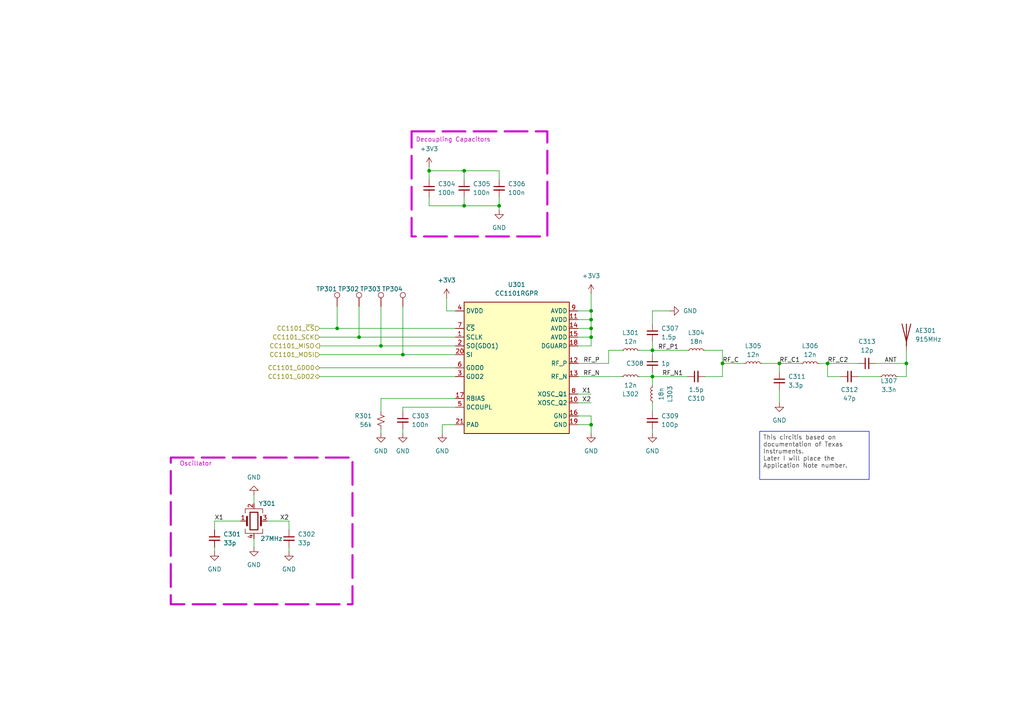
<source format=kicad_sch>
(kicad_sch (version 20231120) (generator "eeschema") (generator_version "8.0")
  (paper "A4")
  (title_block (title "Project Antares - Transmitter Schematic") (date "2024-08-23") (rev "1.0.0") (company "Ourobors Embedded Development") (comment 1 "Pablo Jean Rozario"))
  (lib_symbols
    (symbol "Connector:TestPoint" (pin_numbers hide) (pin_names (offset 0.762) hide)
      (property "Reference" "TP" (at 0 6.858 0))
      (property "Value" "TestPoint" (at 0 5.08 0))
      (symbol "TestPoint_0_1"
        (circle (center 0 3.302) (radius 0.762))
      )
      (symbol "TestPoint_1_1"
        (pin passive line (at 0 0 90) (length 2.54) (name "1") (number "1"))
      )
    )
    (symbol "Device:Antenna" (pin_numbers hide) (pin_names (offset 1.016) hide)
      (property "Reference" "AE" (at -1.905 1.905 0))
      (property "Value" "Antenna" (at -1.905 0 0))
      (symbol "Antenna_0_1"
        (polyline (pts (xy 0 2.54) (xy 0 -3.81)) (stroke (width 0.254)))
        (polyline (pts (xy 1.27 2.54) (xy 0 -2.54) (xy -1.27 2.54)) (stroke (width 0.254)))
      )
      (symbol "Antenna_1_1"
        (pin input line (at 0 -5.08 90) (length 2.54) (name "A") (number "1"))
      )
    )
    (symbol "Device:C_Small" (pin_numbers hide) (pin_names (offset 0.254) hide)
      (property "Reference" "C" (at 0.254 1.778 0))
      (property "Value" "C_Small" (at 0.254 -2.032 0))
      (symbol "C_Small_0_1"
        (polyline (pts (xy -1.524 -0.508) (xy 1.524 -0.508)) (stroke (width 0.3302)))
        (polyline (pts (xy -1.524 0.508) (xy 1.524 0.508)) (stroke (width 0.3048)))
      )
      (symbol "C_Small_1_1"
        (pin passive line (at 0 2.54 270) (length 2.032) (name "~") (number "1"))
        (pin passive line (at 0 -2.54 90) (length 2.032) (name "~") (number "2"))
      )
    )
    (symbol "Device:Crystal_GND24" (pin_names (offset 1.016) hide)
      (property "Reference" "Y" (at 3.175 5.08 0))
      (property "Value" "Crystal_GND24" (at 3.175 3.175 0))
      (symbol "Crystal_GND24_0_1"
        (rectangle (start -1.143 2.54) (end 1.143 -2.54) (stroke (width 0.3048)))
        (polyline (pts (xy -2.54 0) (xy -2.032 0)))
        (polyline (pts (xy -2.032 -1.27) (xy -2.032 1.27)) (stroke (width 0.508)))
        (polyline (pts (xy 0 -3.81) (xy 0 -3.556)))
        (polyline (pts (xy 0 3.556) (xy 0 3.81)))
        (polyline (pts (xy 2.032 -1.27) (xy 2.032 1.27)) (stroke (width 0.508)))
        (polyline (pts (xy 2.032 0) (xy 2.54 0)))
        (polyline (pts (xy -2.54 -2.286) (xy -2.54 -3.556) (xy 2.54 -3.556) (xy 2.54 -2.286)))
        (polyline (pts (xy -2.54 2.286) (xy -2.54 3.556) (xy 2.54 3.556) (xy 2.54 2.286)))
      )
      (symbol "Crystal_GND24_1_1"
        (pin passive line (at -3.81 0 0) (length 1.27) (name "1") (number "1"))
        (pin passive line (at 0 5.08 270) (length 1.27) (name "2") (number "2"))
        (pin passive line (at 3.81 0 180) (length 1.27) (name "3") (number "3"))
        (pin passive line (at 0 -5.08 90) (length 1.27) (name "4") (number "4"))
      )
    )
    (symbol "Device:L_Small" (pin_numbers hide) (pin_names (offset 0.254) hide)
      (property "Reference" "L" (at 0.762 1.016 0))
      (property "Value" "L_Small" (at 0.762 -1.016 0))
      (symbol "L_Small_0_1"
        (arc (start 0 -2.032) (mid 0.5058 -1.524) (end 0 -1.016))
        (arc (start 0 -1.016) (mid 0.5058 -0.508) (end 0 0))
        (arc (start 0 0) (mid 0.5058 0.508) (end 0 1.016))
        (arc (start 0 1.016) (mid 0.5058 1.524) (end 0 2.032))
      )
      (symbol "L_Small_1_1"
        (pin passive line (at 0 2.54 270) (length 0.508) (name "~") (number "1"))
        (pin passive line (at 0 -2.54 90) (length 0.508) (name "~") (number "2"))
      )
    )
    (symbol "Device:R_Small_US" (pin_numbers hide) (pin_names (offset 0.254) hide)
      (property "Reference" "R" (at 0.762 0.508 0))
      (property "Value" "R_Small_US" (at 0.762 -1.016 0))
      (symbol "R_Small_US_1_1"
        (polyline (pts (xy 0 0) (xy 1.016 -0.381) (xy 0 -0.762) (xy -1.016 -1.143) (xy 0 -1.524)))
        (polyline (pts (xy 0 1.524) (xy 1.016 1.143) (xy 0 0.762) (xy -1.016 0.381) (xy 0 0)))
        (pin passive line (at 0 2.54 270) (length 1.016) (name "~") (number "1"))
        (pin passive line (at 0 -2.54 90) (length 1.016) (name "~") (number "2"))
      )
    )
    (symbol "RF_SubGHz_ext:CC1101"
      (property "Reference" "U" (at 0.762 1.016 0))
      (property "Value" "CC1101" (at 3.81 -39.878 0))
      (symbol "CC1101_0_0"
        (pin input line (at -2.54 -10.16 0) (length 2.54) (name "SCLK") (number "1"))
        (pin unspecified line (at 33.02 -29.21 180) (length 2.54) (name "XOSC_Q2") (number "10"))
        (pin power_in line (at 33.02 -5.08 180) (length 2.54) (name "AVDD") (number "11"))
        (pin unspecified line (at 33.02 -17.78 180) (length 2.54) (name "RF_P") (number "12"))
        (pin unspecified line (at 33.02 -21.59 180) (length 2.54) (name "RF_N") (number "13"))
        (pin power_in line (at 33.02 -7.62 180) (length 2.54) (name "AVDD") (number "14"))
        (pin power_in line (at 33.02 -10.16 180) (length 2.54) (name "AVDD") (number "15"))
        (pin power_out line (at 33.02 -33.02 180) (length 2.54) (name "GND") (number "16"))
        (pin unspecified line (at -2.54 -27.94 0) (length 2.54) (name "RBIAS") (number "17"))
        (pin power_in line (at 33.02 -12.7 180) (length 2.54) (name "DGUARD") (number "18"))
        (pin power_out line (at 33.02 -35.56 180) (length 2.54) (name "GND") (number "19"))
        (pin output line (at -2.54 -12.7 0) (length 2.54) (name "SO(GDO1)") (number "2"))
        (pin input line (at -2.54 -15.24 0) (length 2.54) (name "SI") (number "20"))
        (pin power_out line (at -2.54 -35.56 0) (length 2.54) (name "PAD") (number "21"))
        (pin output line (at -2.54 -21.59 0) (length 2.54) (name "GDO2") (number "3"))
        (pin power_in line (at -2.54 -2.54 0) (length 2.54) (name "DVDD") (number "4"))
        (pin power_out line (at -2.54 -30.48 0) (length 2.54) (name "DCOUPL") (number "5"))
        (pin bidirectional line (at -2.54 -19.05 0) (length 2.54) (name "GDO0") (number "6"))
        (pin input line (at -2.54 -7.62 0) (length 2.54) (name "~{CS}") (number "7"))
        (pin unspecified line (at 33.02 -26.67 180) (length 2.54) (name "XOSC_Q1") (number "8"))
        (pin power_in line (at 33.02 -2.54 180) (length 2.54) (name "AVDD") (number "9"))
      )
      (symbol "CC1101_0_1"
        (rectangle (start 0 0) (end 30.48 -38.1) (stroke (width 0.254)) (fill (type background)))
      )
    )
    (symbol "power:+3V3" (power) (pin_numbers hide) (pin_names (offset 0) hide)
      (property "Value" "+3V3" (at 0 3.556 0))
      (symbol "+3V3_0_1"
        (polyline (pts (xy -0.762 1.27) (xy 0 2.54)))
        (polyline (pts (xy 0 0) (xy 0 2.54)))
        (polyline (pts (xy 0 2.54) (xy 0.762 1.27)))
      )
      (symbol "+3V3_1_1"
        (pin power_in line (at 0 0 90) (length 0) (name "~") (number "1"))
      )
    )
    (symbol "power:GND" (power) (pin_numbers hide) (pin_names (offset 0) hide)
      (property "Value" "GND" (at 0 -3.81 0))
      (symbol "GND_0_1"
        (polyline (pts (xy 0 0) (xy 0 -1.27) (xy 1.27 -1.27) (xy 0 -2.54) (xy -1.27 -1.27) (xy 0 -1.27)))
      )
      (symbol "GND_1_1"
        (pin power_in line (at 0 0 270) (length 0) (name "~") (number "1"))
      )
    )
  )
  (junction (at 134.62 59.69))
  (junction (at 189.23 101.6))
  (junction (at 209.55 105.41))
  (junction (at 134.62 49.53))
  (junction (at 171.45 90.17))
  (junction (at 262.89 105.41))
  (junction (at 171.45 123.19))
  (junction (at 240.03 105.41))
  (junction (at 189.23 109.22))
  (junction (at 124.46 49.53))
  (junction (at 144.78 59.69))
  (junction (at 171.45 97.79))
  (junction (at 171.45 95.25))
  (junction (at 97.79 95.25))
  (junction (at 110.49 100.33))
  (junction (at 226.06 105.41))
  (junction (at 104.14 97.79))
  (junction (at 171.45 92.71))
  (junction (at 116.84 102.87))
  (wire (pts (xy 92.71 102.87) (xy 116.84 102.87)))
  (wire (pts (xy 209.55 101.6) (xy 204.47 101.6)))
  (wire (pts (xy 189.23 124.46) (xy 189.23 125.73)))
  (wire (pts (xy 92.71 109.22) (xy 132.08 109.22)))
  (wire (pts (xy 171.45 85.09) (xy 171.45 90.17)))
  (wire (pts (xy 189.23 109.22) (xy 199.39 109.22)))
  (wire (pts (xy 144.78 57.15) (xy 144.78 59.69)))
  (wire (pts (xy 116.84 102.87) (xy 132.08 102.87)))
  (wire (pts (xy 226.06 113.03) (xy 226.06 116.84)))
  (wire (pts (xy 73.66 143.51) (xy 73.66 146.05)))
  (wire (pts (xy 128.27 123.19) (xy 132.08 123.19)))
  (wire (pts (xy 167.64 123.19) (xy 171.45 123.19)))
  (wire (pts (xy 176.53 105.41) (xy 167.64 105.41)))
  (wire (pts (xy 110.49 124.46) (xy 110.49 125.73)))
  (wire (pts (xy 167.64 97.79) (xy 171.45 97.79)))
  (wire (pts (xy 189.23 107.95) (xy 189.23 109.22)))
  (wire (pts (xy 129.54 86.36) (xy 129.54 90.17)))
  (wire (pts (xy 134.62 49.53) (xy 134.62 52.07)))
  (wire (pts (xy 134.62 59.69) (xy 144.78 59.69)))
  (wire (pts (xy 134.62 59.69) (xy 124.46 59.69)))
  (wire (pts (xy 226.06 105.41) (xy 232.41 105.41)))
  (wire (pts (xy 185.42 109.22) (xy 189.23 109.22)))
  (wire (pts (xy 171.45 97.79) (xy 171.45 100.33)))
  (wire (pts (xy 132.08 115.57) (xy 110.49 115.57)))
  (wire (pts (xy 167.64 116.84) (xy 171.45 116.84)))
  (wire (pts (xy 189.23 101.6) (xy 199.39 101.6)))
  (wire (pts (xy 104.14 88.9) (xy 104.14 97.79)))
  (wire (pts (xy 171.45 95.25) (xy 171.45 97.79)))
  (wire (pts (xy 134.62 49.53) (xy 144.78 49.53)))
  (wire (pts (xy 97.79 88.9) (xy 97.79 95.25)))
  (wire (pts (xy 226.06 105.41) (xy 226.06 107.95)))
  (wire (pts (xy 171.45 123.19) (xy 171.45 120.65)))
  (wire (pts (xy 124.46 48.26) (xy 124.46 49.53)))
  (wire (pts (xy 73.66 156.21) (xy 73.66 158.75)))
  (wire (pts (xy 92.71 97.79) (xy 104.14 97.79)))
  (wire (pts (xy 110.49 100.33) (xy 132.08 100.33)))
  (wire (pts (xy 262.89 109.22) (xy 262.89 105.41)))
  (wire (pts (xy 124.46 49.53) (xy 124.46 52.07)))
  (wire (pts (xy 110.49 115.57) (xy 110.49 119.38)))
  (wire (pts (xy 209.55 105.41) (xy 209.55 101.6)))
  (wire (pts (xy 144.78 59.69) (xy 144.78 60.96)))
  (wire (pts (xy 185.42 101.6) (xy 189.23 101.6)))
  (wire (pts (xy 97.79 95.25) (xy 132.08 95.25)))
  (wire (pts (xy 116.84 88.9) (xy 116.84 102.87)))
  (wire (pts (xy 110.49 88.9) (xy 110.49 100.33)))
  (wire (pts (xy 243.84 109.22) (xy 240.03 109.22)))
  (wire (pts (xy 254 105.41) (xy 262.89 105.41)))
  (wire (pts (xy 132.08 118.11) (xy 116.84 118.11)))
  (wire (pts (xy 189.23 109.22) (xy 189.23 111.76)))
  (wire (pts (xy 209.55 109.22) (xy 209.55 105.41)))
  (wire (pts (xy 220.98 105.41) (xy 226.06 105.41)))
  (wire (pts (xy 62.23 158.75) (xy 62.23 160.02)))
  (wire (pts (xy 124.46 49.53) (xy 134.62 49.53)))
  (wire (pts (xy 180.34 101.6) (xy 176.53 101.6)))
  (wire (pts (xy 83.82 158.75) (xy 83.82 160.02)))
  (wire (pts (xy 132.08 90.17) (xy 129.54 90.17)))
  (wire (pts (xy 77.47 151.13) (xy 83.82 151.13)))
  (wire (pts (xy 167.64 120.65) (xy 171.45 120.65)))
  (wire (pts (xy 92.71 100.33) (xy 110.49 100.33)))
  (wire (pts (xy 167.64 109.22) (xy 180.34 109.22)))
  (wire (pts (xy 176.53 101.6) (xy 176.53 105.41)))
  (wire (pts (xy 69.85 151.13) (xy 62.23 151.13)))
  (wire (pts (xy 92.71 106.68) (xy 132.08 106.68)))
  (wire (pts (xy 171.45 100.33) (xy 167.64 100.33)))
  (wire (pts (xy 128.27 125.73) (xy 128.27 123.19)))
  (wire (pts (xy 116.84 124.46) (xy 116.84 125.73)))
  (wire (pts (xy 171.45 92.71) (xy 171.45 95.25)))
  (wire (pts (xy 171.45 90.17) (xy 171.45 92.71)))
  (wire (pts (xy 92.71 95.25) (xy 97.79 95.25)))
  (wire (pts (xy 237.49 105.41) (xy 240.03 105.41)))
  (wire (pts (xy 167.64 114.3) (xy 171.45 114.3)))
  (wire (pts (xy 204.47 109.22) (xy 209.55 109.22)))
  (wire (pts (xy 116.84 118.11) (xy 116.84 119.38)))
  (wire (pts (xy 124.46 59.69) (xy 124.46 57.15)))
  (wire (pts (xy 62.23 151.13) (xy 62.23 153.67)))
  (wire (pts (xy 167.64 95.25) (xy 171.45 95.25)))
  (wire (pts (xy 262.89 101.6) (xy 262.89 105.41)))
  (wire (pts (xy 83.82 151.13) (xy 83.82 153.67)))
  (wire (pts (xy 215.9 105.41) (xy 209.55 105.41)))
  (wire (pts (xy 189.23 116.84) (xy 189.23 119.38)))
  (wire (pts (xy 240.03 109.22) (xy 240.03 105.41)))
  (wire (pts (xy 260.35 109.22) (xy 262.89 109.22)))
  (wire (pts (xy 171.45 125.73) (xy 171.45 123.19)))
  (wire (pts (xy 167.64 90.17) (xy 171.45 90.17)))
  (wire (pts (xy 194.31 90.17) (xy 189.23 90.17)))
  (wire (pts (xy 189.23 99.06) (xy 189.23 101.6)))
  (wire (pts (xy 104.14 97.79) (xy 132.08 97.79)))
  (wire (pts (xy 240.03 105.41) (xy 248.92 105.41)))
  (wire (pts (xy 144.78 49.53) (xy 144.78 52.07)))
  (wire (pts (xy 248.92 109.22) (xy 255.27 109.22)))
  (wire (pts (xy 189.23 90.17) (xy 189.23 93.98)))
  (wire (pts (xy 189.23 101.6) (xy 189.23 102.87)))
  (wire (pts (xy 167.64 92.71) (xy 171.45 92.71)))
  (wire (pts (xy 134.62 57.15) (xy 134.62 59.69)))
  (rectangle (start 119.38 38.1) (end 158.75 68.58) (stroke (width 0.6) (type dash) (color 194 0 194 1)))
  (rectangle (start 49.53 132.715) (end 102.235 175.26) (stroke (width 0.6) (type dash) (color 194 0 194 1)))
  (text_box "This circitis based on documentation of Texas Instruments.\nLater I will place the Application Note number." (at 220.345 125.095 0) (size 31.75 13.97) (effects (font (size 1.27 1.27)) (justify left top)))
  (text "Decoupling Capacitors" (at 131.445 40.64 0) (effects (font (size 1.27 1.27))))
  (text "Oscillator" (at 52.07 134.62 0) (effects (font (size 1.27 1.27)) (justify left)))
  (label "RF_C1" (at 226.06 105.41 0))
  (label "RF_N1" (at 198.12 109.22 180))
  (label "X1" (at 171.45 114.3 180))
  (label "X2" (at 83.82 151.13 180))
  (label "ANT" (at 256.54 105.41 0))
  (label "RF_C" (at 209.55 105.41 0))
  (label "RF_P1" (at 196.85 101.6 180))
  (label "X2" (at 171.45 116.84 180))
  (label "RF_C2" (at 240.03 105.41 0))
  (label "X1" (at 62.23 151.13 0))
  (label "RF_P" (at 173.99 105.41 180))
  (label "RF_N" (at 173.99 109.22 180))
  (hierarchical_label "CC1101_MISO" (shape output) (at 92.71 100.33 180))
  (hierarchical_label "CC1101_MOSI" (shape input) (at 92.71 102.87 180))
  (hierarchical_label "CC1101_GDO2" (shape bidirectional) (at 92.71 109.22 180))
  (hierarchical_label "CC1101_GDO0" (shape bidirectional) (at 92.71 106.68 180))
  (hierarchical_label "CC1101_~{CS}" (shape input) (at 92.71 95.25 180))
  (hierarchical_label "CC1101_SCK" (shape input) (at 92.71 97.79 180))
  (symbol (lib_id "Device:C_Small") (at 124.46 54.61 0) (unit 1)
    (property "Reference" "C304" (at 127 53.3462 0) (effects (justify left)))
    (property "Value" "100n" (at 127 55.8862 0) (effects (justify left)))
    (property "Footprint" "Capacitor_SMD:C_0603_1608Metric" (effects (hide yes)))
    (property "Description" "Unpolarized capacitor, small symbol" (effects (hide yes)))
    (property "LCSC" "C14663" (effects (hide yes)))
    (property "PN" "CC0603KRX7R9BB104" (effects (hide yes)))
  )
  (symbol (lib_id "Connector:TestPoint") (at 116.84 88.9 0) (mirror y) (unit 1)
    (property "Reference" "TP304" (at 116.84 83.82 0) (effects (justify left)))
    (property "Value" "TestPoint" (effects (hide yes)))
    (property "Footprint" "TestPoint:TestPoint_Pad_D1.5mm" (effects (hide yes)))
    (property "Description" "test point" (effects (hide yes)))
  )
  (symbol (lib_id "Device:C_Small") (at 226.06 110.49 0) (unit 1)
    (property "Reference" "C311" (at 228.6 109.2262 0) (effects (justify left)))
    (property "Value" "3.3p" (at 228.6 111.7662 0) (effects (justify left)))
    (property "Footprint" "Capacitor_SMD:C_0603_1608Metric" (effects (hide yes)))
    (property "Description" "Unpolarized capacitor, small symbol" (effects (hide yes)))
    (property "LCSC" "C282249" (effects (hide yes)))
    (property "PN" "CC0603CRNPO9BN3R3" (effects (hide yes)))
  )
  (symbol (lib_id "power:+3V3") (at 171.45 85.09 0) (unit 1)
    (property "Reference" "#PWR0310" (effects (hide yes)))
    (property "Value" "+3V3" (at 171.45 80.01 0))
    (property "Description" "Power symbol creates a global label with name \"+3V3\"" (effects (hide yes)))
  )
  (symbol (lib_id "Connector:TestPoint") (at 110.49 88.9 0) (mirror y) (unit 1)
    (property "Reference" "TP303" (at 110.49 83.82 0) (effects (justify left)))
    (property "Value" "TestPoint" (effects (hide yes)))
    (property "Footprint" "TestPoint:TestPoint_Pad_D1.5mm" (effects (hide yes)))
    (property "Description" "test point" (effects (hide yes)))
  )
  (symbol (lib_id "power:+3V3") (at 129.54 86.36 0) (unit 1)
    (property "Reference" "#PWR0315" (effects (hide yes)))
    (property "Value" "+3V3" (at 129.54 81.28 0))
    (property "Description" "Power symbol creates a global label with name \"+3V3\"" (effects (hide yes)))
  )
  (symbol (lib_id "Device:C_Small") (at 83.82 156.21 0) (unit 1)
    (property "Reference" "C302" (at 86.36 154.9462 0) (effects (justify left)))
    (property "Value" "33p" (at 86.36 157.4862 0) (effects (justify left)))
    (property "Footprint" "Capacitor_SMD:C_0603_1608Metric" (effects (hide yes)))
    (property "Description" "Unpolarized capacitor, small symbol" (effects (hide yes)))
    (property "LCSC" "C107047" (effects (hide yes)))
    (property "PN" "CC0603JRNPO9BN330" (effects (hide yes)))
  )
  (symbol (lib_id "Device:C_Small") (at 189.23 121.92 0) (unit 1)
    (property "Reference" "C309" (at 191.77 120.6562 0) (effects (justify left)))
    (property "Value" "100p" (at 191.77 123.1962 0) (effects (justify left)))
    (property "Footprint" "Capacitor_SMD:C_0603_1608Metric" (effects (hide yes)))
    (property "Description" "Unpolarized capacitor, small symbol" (effects (hide yes)))
    (property "LCSC" "C14665" (effects (hide yes)))
    (property "PN" "CC0603JRNPO9BN101" (effects (hide yes)))
  )
  (symbol (lib_id "Device:C_Small") (at 189.23 105.41 0) (unit 1)
    (property "Reference" "C308" (at 181.61 105.41 0) (effects (justify left)))
    (property "Value" "1p" (at 191.77 105.41 0) (effects (justify left)))
    (property "Footprint" "Capacitor_SMD:C_0603_1608Metric" (effects (hide yes)))
    (property "Description" "Unpolarized capacitor, small symbol" (effects (hide yes)))
    (property "LCSC" "C115062" (effects (hide yes)))
    (property "PN" "CC0603BRNPO9BN1R0" (effects (hide yes)))
  )
  (symbol (lib_id "Device:C_Small") (at 134.62 54.61 0) (unit 1)
    (property "Reference" "C305" (at 137.16 53.3462 0) (effects (justify left)))
    (property "Value" "100n" (at 137.16 55.8862 0) (effects (justify left)))
    (property "Footprint" "Capacitor_SMD:C_0603_1608Metric" (effects (hide yes)))
    (property "Description" "Unpolarized capacitor, small symbol" (effects (hide yes)))
    (property "LCSC" "C14663" (effects (hide yes)))
    (property "PN" "CC0603KRX7R9BB104" (effects (hide yes)))
  )
  (symbol (lib_id "power:GND") (at 73.66 143.51 180) (unit 1)
    (property "Reference" "#PWR0302" (effects (hide yes)))
    (property "Value" "GND" (at 73.66 138.43 0))
    (property "Description" "Power symbol creates a global label with name \"GND\" , ground" (effects (hide yes)))
  )
  (symbol (lib_id "Connector:TestPoint") (at 97.79 88.9 0) (mirror y) (unit 1)
    (property "Reference" "TP301" (at 97.79 83.82 0) (effects (justify left)))
    (property "Value" "TestPoint" (effects (hide yes)))
    (property "Footprint" "TestPoint:TestPoint_Pad_D1.5mm" (effects (hide yes)))
    (property "Description" "test point" (effects (hide yes)))
  )
  (symbol (lib_id "Device:C_Small") (at 144.78 54.61 0) (unit 1)
    (property "Reference" "C306" (at 147.32 53.3462 0) (effects (justify left)))
    (property "Value" "100n" (at 147.32 55.8862 0) (effects (justify left)))
    (property "Footprint" "Capacitor_SMD:C_0603_1608Metric" (effects (hide yes)))
    (property "Description" "Unpolarized capacitor, small symbol" (effects (hide yes)))
    (property "LCSC" "C14663" (effects (hide yes)))
    (property "PN" "CC0603KRX7R9BB104" (effects (hide yes)))
  )
  (symbol (lib_id "Device:Crystal_GND24") (at 73.66 151.13 0) (unit 1)
    (property "Reference" "Y301" (at 77.47 146.05 0))
    (property "Value" "27MHz" (at 78.74 156.21 0))
    (property "Footprint" "Crystal:Crystal_SMD_3225-4Pin_3.2x2.5mm" (effects (hide yes)))
    (property "Description" "Four pin crystal, GND on pins 2 and 4" (effects (hide yes)))
    (property "LCSC" "C9008" (effects (hide yes)))
    (property "PN" "X322527MSB4SI" (effects (hide yes)))
  )
  (symbol (lib_id "Device:C_Small") (at 251.46 105.41 90) (unit 1)
    (property "Reference" "C313" (at 251.4663 99.06 90))
    (property "Value" "12p" (at 251.4663 101.6 90))
    (property "Footprint" "Capacitor_SMD:C_0603_1608Metric" (effects (hide yes)))
    (property "Description" "Unpolarized capacitor, small symbol" (effects (hide yes)))
    (property "LCSC" "C107034" (effects (hide yes)))
    (property "PN" "CC0603JRNPO9BN120" (effects (hide yes)))
  )
  (symbol (lib_id "Device:L_Small") (at 189.23 114.3 180) (unit 1)
    (property "Reference" "L303" (at 194.31 114.3 90))
    (property "Value" "18n" (at 191.77 114.3 90))
    (property "Footprint" "Inductor_SMD:L_0603_1608Metric" (effects (hide yes)))
    (property "Description" "Inductor, small symbol" (effects (hide yes)))
    (property "LCSC" "C90206" (effects (hide yes)))
    (property "PN" "VHF160808H18NJT" (effects (hide yes)))
  )
  (symbol (lib_id "Device:L_Small") (at 201.93 101.6 90) (unit 1)
    (property "Reference" "L304" (at 201.93 96.52 90))
    (property "Value" "18n" (at 201.93 99.06 90))
    (property "Footprint" "Inductor_SMD:L_0603_1608Metric" (effects (hide yes)))
    (property "Description" "Inductor, small symbol" (effects (hide yes)))
    (property "LCSC" "C90206" (effects (hide yes)))
    (property "PN" "VHF160808H18NJT" (effects (hide yes)))
  )
  (symbol (lib_id "power:GND") (at 116.84 125.73 0) (unit 1)
    (property "Reference" "#PWR0306" (effects (hide yes)))
    (property "Value" "GND" (at 116.84 130.81 0))
    (property "Description" "Power symbol creates a global label with name \"GND\" , ground" (effects (hide yes)))
  )
  (symbol (lib_id "power:GND") (at 128.27 125.73 0) (unit 1)
    (property "Reference" "#PWR0308" (effects (hide yes)))
    (property "Value" "GND" (at 128.27 130.81 0))
    (property "Description" "Power symbol creates a global label with name \"GND\" , ground" (effects (hide yes)))
  )
  (symbol (lib_id "Device:R_Small_US") (at 110.49 121.92 0) (unit 1)
    (property "Reference" "R301" (at 107.95 120.6499 0) (effects (justify right)))
    (property "Value" "56k" (at 107.95 123.1899 0) (effects (justify right)))
    (property "Footprint" "Resistor_SMD:R_0603_1608Metric" (effects (hide yes)))
    (property "Description" "Resistor, small US symbol" (effects (hide yes)))
    (property "LCSC" "C23206" (effects (hide yes)))
    (property "PN" "0603WAF5602T5E" (effects (hide yes)))
  )
  (symbol (lib_id "Device:C_Small") (at 116.84 121.92 0) (unit 1)
    (property "Reference" "C303" (at 119.38 120.6562 0) (effects (justify left)))
    (property "Value" "100n" (at 119.38 123.1962 0) (effects (justify left)))
    (property "Footprint" "Capacitor_SMD:C_0603_1608Metric" (effects (hide yes)))
    (property "Description" "Unpolarized capacitor, small symbol" (effects (hide yes)))
    (property "LCSC" "C14663" (effects (hide yes)))
    (property "PN" "CC0603KRX7R9BB104" (effects (hide yes)))
  )
  (symbol (lib_id "power:GND") (at 83.82 160.02 0) (unit 1)
    (property "Reference" "#PWR0304" (effects (hide yes)))
    (property "Value" "GND" (at 83.82 165.1 0))
    (property "Description" "Power symbol creates a global label with name \"GND\" , ground" (effects (hide yes)))
  )
  (symbol (lib_id "power:GND") (at 226.06 116.84 0) (unit 1)
    (property "Reference" "#PWR0314" (effects (hide yes)))
    (property "Value" "GND" (at 226.06 121.92 0))
    (property "Description" "Power symbol creates a global label with name \"GND\" , ground" (effects (hide yes)))
  )
  (symbol (lib_id "Device:L_Small") (at 257.81 109.22 90) (unit 1)
    (property "Reference" "L307" (at 257.81 110.49 90))
    (property "Value" "3.3n" (at 257.81 113.03 90))
    (property "Footprint" "Inductor_SMD:L_0603_1608Metric" (effects (hide yes)))
    (property "Description" "Inductor, small symbol" (effects (hide yes)))
    (property "LCSC" "C1029" (effects (hide yes)))
    (property "PN" "VHF160808H3N3ST" (effects (hide yes)))
  )
  (symbol (lib_id "Device:L_Small") (at 182.88 109.22 90) (unit 1)
    (property "Reference" "L302" (at 182.88 114.3 90))
    (property "Value" "12n" (at 182.88 111.76 90))
    (property "Footprint" "Inductor_SMD:L_0603_1608Metric" (effects (hide yes)))
    (property "Description" "Inductor, small symbol" (effects (hide yes)))
    (property "LCSC" "C75656" (effects (hide yes)))
    (property "PN" "VHF160808H12NJT" (effects (hide yes)))
  )
  (symbol (lib_id "RF_SubGHz_ext:CC1101") (at 134.62 87.63 0) (unit 1)
    (property "Reference" "U301" (at 149.86 82.55 0))
    (property "Value" "CC1101RGPR" (at 149.86 85.09 0))
    (property "Footprint" "Package_DFN_QFN:QFN-20-1EP_4x4mm_P0.5mm_EP2.5x2.5mm_ThermalVias" (effects (hide yes)))
    (property "Datasheet" "https://www.ti.com/lit/ds/symlink/cc1101.pdf" (effects (hide yes)))
    (property "LCSC" "C29953" (effects (hide yes)))
    (property "PN" "CC1101RGPR" (effects (hide yes)))
  )
  (symbol (lib_id "power:GND") (at 73.66 158.75 0) (unit 1)
    (property "Reference" "#PWR0303" (effects (hide yes)))
    (property "Value" "GND" (at 73.66 163.83 0))
    (property "Description" "Power symbol creates a global label with name \"GND\" , ground" (effects (hide yes)))
  )
  (symbol (lib_id "Device:C_Small") (at 246.38 109.22 90) (unit 1)
    (property "Reference" "C312" (at 246.38 113.03 90))
    (property "Value" "47p" (at 246.38 115.57 90))
    (property "Footprint" "Capacitor_SMD:C_0603_1608Metric" (effects (hide yes)))
    (property "Description" "Unpolarized capacitor, small symbol" (effects (hide yes)))
    (property "LCSC" "C105622" (effects (hide yes)))
    (property "PN" "CC0603JRNPO9BN470" (effects (hide yes)))
  )
  (symbol (lib_id "Connector:TestPoint") (at 104.14 88.9 0) (mirror y) (unit 1)
    (property "Reference" "TP302" (at 104.14 83.82 0) (effects (justify left)))
    (property "Value" "TestPoint" (effects (hide yes)))
    (property "Footprint" "TestPoint:TestPoint_Pad_D1.5mm" (effects (hide yes)))
    (property "Description" "test point" (effects (hide yes)))
  )
  (symbol (lib_id "power:GND") (at 110.49 125.73 0) (unit 1)
    (property "Reference" "#PWR0305" (effects (hide yes)))
    (property "Value" "GND" (at 110.49 130.81 0))
    (property "Description" "Power symbol creates a global label with name \"GND\" , ground" (effects (hide yes)))
  )
  (symbol (lib_id "Device:Antenna") (at 262.89 96.52 0) (unit 1)
    (property "Reference" "AE301" (at 265.43 95.8849 0) (effects (justify left)))
    (property "Value" "915MHz" (at 265.43 98.4249 0) (effects (justify left)))
    (property "Footprint" "RF_Antenna:Texas_SWRA416_868MHz_915MHz" (effects (hide yes)))
    (property "Description" "Antenna" (effects (hide yes)))
  )
  (symbol (lib_id "Device:C_Small") (at 62.23 156.21 0) (unit 1)
    (property "Reference" "C301" (at 64.77 154.9462 0) (effects (justify left)))
    (property "Value" "33p" (at 64.77 157.4862 0) (effects (justify left)))
    (property "Footprint" "Capacitor_SMD:C_0603_1608Metric" (effects (hide yes)))
    (property "Description" "Unpolarized capacitor, small symbol" (effects (hide yes)))
    (property "LCSC" "C107047" (effects (hide yes)))
    (property "PN" "CC0603JRNPO9BN330" (effects (hide yes)))
  )
  (symbol (lib_id "power:+3V3") (at 124.46 48.26 0) (unit 1)
    (property "Reference" "#PWR0307" (effects (hide yes)))
    (property "Value" "+3V3" (at 124.46 43.18 0))
    (property "Description" "Power symbol creates a global label with name \"+3V3\"" (effects (hide yes)))
  )
  (symbol (lib_id "Device:L_Small") (at 182.88 101.6 90) (unit 1)
    (property "Reference" "L301" (at 182.88 96.52 90))
    (property "Value" "12n" (at 182.88 99.06 90))
    (property "Footprint" "Inductor_SMD:L_0603_1608Metric" (effects (hide yes)))
    (property "Description" "Inductor, small symbol" (effects (hide yes)))
    (property "LCSC" "C75656" (effects (hide yes)))
    (property "PN" "VHF160808H12NJT" (effects (hide yes)))
  )
  (symbol (lib_id "power:GND") (at 62.23 160.02 0) (unit 1)
    (property "Reference" "#PWR0301" (effects (hide yes)))
    (property "Value" "GND" (at 62.23 165.1 0))
    (property "Description" "Power symbol creates a global label with name \"GND\" , ground" (effects (hide yes)))
  )
  (symbol (lib_id "Device:L_Small") (at 218.44 105.41 90) (unit 1)
    (property "Reference" "L305" (at 218.44 100.33 90))
    (property "Value" "12n" (at 218.44 102.87 90))
    (property "Footprint" "Inductor_SMD:L_0603_1608Metric" (effects (hide yes)))
    (property "Description" "Inductor, small symbol" (effects (hide yes)))
    (property "LCSC" "C75656" (effects (hide yes)))
    (property "PN" "VHF160808H12NJT" (effects (hide yes)))
  )
  (symbol (lib_id "Device:L_Small") (at 234.95 105.41 90) (unit 1)
    (property "Reference" "L306" (at 234.95 100.33 90))
    (property "Value" "12n" (at 234.95 102.87 90))
    (property "Footprint" "Inductor_SMD:L_0603_1608Metric" (effects (hide yes)))
    (property "Description" "Inductor, small symbol" (effects (hide yes)))
    (property "LCSC" "C75656" (effects (hide yes)))
    (property "PN" "VHF160808H12NJT" (effects (hide yes)))
  )
  (symbol (lib_id "power:GND") (at 171.45 125.73 0) (unit 1)
    (property "Reference" "#PWR0311" (effects (hide yes)))
    (property "Value" "GND" (at 171.45 130.81 0))
    (property "Description" "Power symbol creates a global label with name \"GND\" , ground" (effects (hide yes)))
  )
  (symbol (lib_id "power:GND") (at 144.78 60.96 0) (unit 1)
    (property "Reference" "#PWR0309" (effects (hide yes)))
    (property "Value" "GND" (at 144.78 66.04 0))
    (property "Description" "Power symbol creates a global label with name \"GND\" , ground" (effects (hide yes)))
  )
  (symbol (lib_id "power:GND") (at 189.23 125.73 0) (unit 1)
    (property "Reference" "#PWR0312" (effects (hide yes)))
    (property "Value" "GND" (at 189.23 130.81 0))
    (property "Description" "Power symbol creates a global label with name \"GND\" , ground" (effects (hide yes)))
  )
  (symbol (lib_id "Device:C_Small") (at 189.23 96.52 0) (unit 1)
    (property "Reference" "C307" (at 191.77 95.2562 0) (effects (justify left)))
    (property "Value" "1.5p" (at 191.77 97.7962 0) (effects (justify left)))
    (property "Footprint" "Capacitor_SMD:C_0603_1608Metric" (effects (hide yes)))
    (property "Description" "Unpolarized capacitor, small symbol" (effects (hide yes)))
    (property "LCSC" "C519100" (effects (hide yes)))
    (property "PN" "CC0603BRNPO9BN1R5" (effects (hide yes)))
  )
  (symbol (lib_id "power:GND") (at 194.31 90.17 90) (unit 1)
    (property "Reference" "#PWR0313" (effects (hide yes)))
    (property "Value" "GND" (at 198.12 90.1699 90) (effects (justify right)))
    (property "Description" "Power symbol creates a global label with name \"GND\" , ground" (effects (hide yes)))
  )
  (symbol (lib_id "Device:C_Small") (at 201.93 109.22 90) (mirror x) (unit 1)
    (property "Reference" "C310" (at 201.9363 115.57 90))
    (property "Value" "1.5p" (at 201.9363 113.03 90))
    (property "Footprint" "Capacitor_SMD:C_0603_1608Metric" (effects (hide yes)))
    (property "Description" "Unpolarized capacitor, small symbol" (effects (hide yes)))
    (property "LCSC" "C519100" (effects (hide yes)))
    (property "PN" "CC0603BRNPO9BN1R5" (effects (hide yes)))
  )
)
</source>
